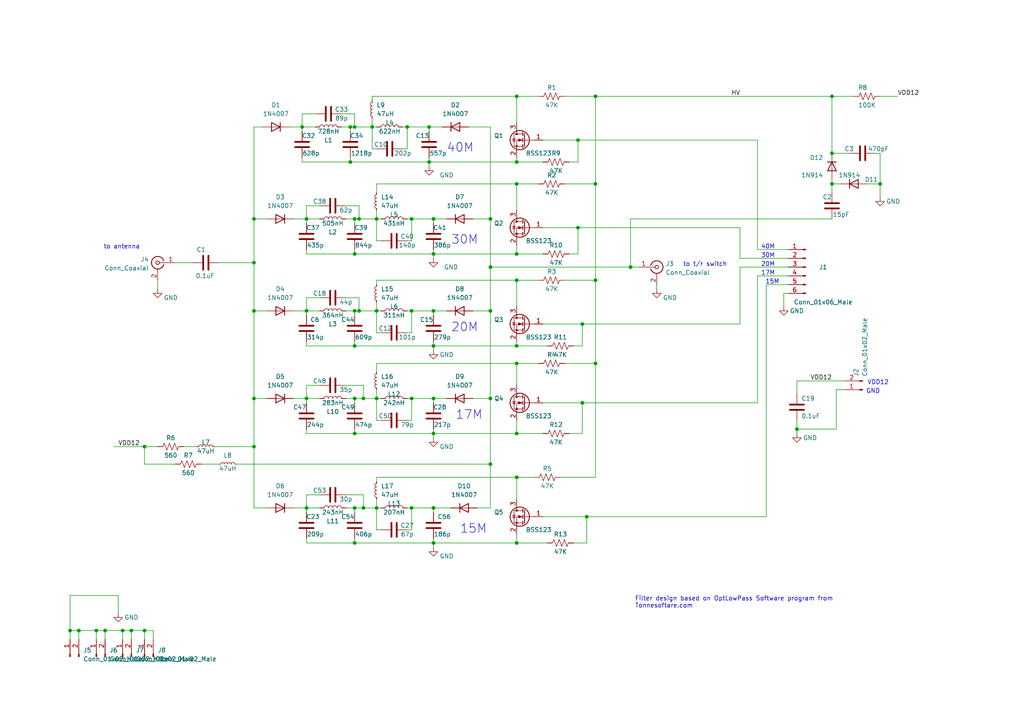
<source format=kicad_sch>
(kicad_sch (version 20230121) (generator eeschema)
  (paper "A4")
  (lib_symbols
    (symbol "Connector:Conn_01x02_Male" (pin_names (offset 1.016) hide)
      (property "Reference" "J" (at 0 2.54 0))
      (property "Value" "Conn_01x02_Male" (at 0 -5.08 0))
      (symbol "Conn_01x02_Male_1_1"
        (pin passive line (at 5.08 0 180) (length 3.81) (name "Pin_1") (number "1"))
        (pin passive line (at 5.08 -2.54 180) (length 3.81) (name "Pin_2") (number "2"))
      )
    )
    (symbol "Connector:Conn_01x06_Male" (pin_names (offset 1.016) hide)
      (property "Reference" "J" (at 0 7.62 0))
      (property "Value" "Conn_01x06_Male" (at 0 -10.16 0))
      (symbol "Conn_01x06_Male_1_1"
        (pin passive line (at 5.08 5.08 180) (length 3.81) (name "Pin_1") (number "1"))
        (pin passive line (at 5.08 2.54 180) (length 3.81) (name "Pin_2") (number "2"))
        (pin passive line (at 5.08 0 180) (length 3.81) (name "Pin_3") (number "3"))
        (pin passive line (at 5.08 -2.54 180) (length 3.81) (name "Pin_4") (number "4"))
        (pin passive line (at 5.08 -5.08 180) (length 3.81) (name "Pin_5") (number "5"))
        (pin passive line (at 5.08 -7.62 180) (length 3.81) (name "Pin_6") (number "6"))
      )
    )
    (symbol "Connector:Conn_Coaxial" (pin_names (offset 1.016) hide)
      (property "Reference" "J" (at 0.254 3.048 0))
      (property "Value" "Conn_Coaxial" (at 2.921 0 90))
      (symbol "Conn_Coaxial_1_1"
        (pin passive line (at -5.08 0 0) (length 2.54) (name "In") (number "1"))
        (pin passive line (at 0 -5.08 90) (length 2.54) (name "Ext") (number "2"))
      )
    )
    (symbol "Device:C" (pin_numbers hide) (pin_names (offset 0.254))
      (property "Reference" "C" (at 0.635 2.54 0))
      (property "Value" "C" (at 0.635 -2.54 0))
      (symbol "C_1_1"
        (pin passive line (at 0 3.81 270) (length 2.794) (name "~") (number "1"))
        (pin passive line (at 0 -3.81 90) (length 2.794) (name "~") (number "2"))
      )
    )
    (symbol "Device:L" (pin_numbers hide) (pin_names (offset 1.016) hide)
      (property "Reference" "L" (at -1.27 0 90))
      (property "Value" "L" (at 1.905 0 90))
      (symbol "L_1_1"
        (pin passive line (at 0 3.81 270) (length 1.27) (name "1") (number "1"))
        (pin passive line (at 0 -3.81 90) (length 1.27) (name "2") (number "2"))
      )
    )
    (symbol "Device:L_Small" (pin_numbers hide) (pin_names (offset 0.254) hide)
      (property "Reference" "L" (at 0.762 1.016 0))
      (property "Value" "L_Small" (at 0.762 -1.016 0))
      (symbol "L_Small_1_1"
        (pin passive line (at 0 2.54 270) (length 0.508) (name "~") (number "1"))
        (pin passive line (at 0 -2.54 90) (length 0.508) (name "~") (number "2"))
      )
    )
    (symbol "Device:Q_NMOS_GSD" (pin_names (offset 0) hide)
      (property "Reference" "Q" (at 5.08 1.27 0))
      (property "Value" "Q_NMOS_GSD" (at 5.08 -1.27 0))
      (symbol "Q_NMOS_GSD_1_1"
        (pin input line (at -5.08 0 0) (length 2.54) (name "G") (number "1"))
        (pin passive line (at 2.54 -5.08 90) (length 2.54) (name "S") (number "2"))
        (pin passive line (at 2.54 5.08 270) (length 2.54) (name "D") (number "3"))
      )
    )
    (symbol "Device:R_US" (pin_numbers hide) (pin_names (offset 0))
      (property "Reference" "R" (at 2.54 0 90))
      (property "Value" "R_US" (at -2.54 0 90))
      (symbol "R_US_1_1"
        (pin passive line (at 0 3.81 270) (length 1.27) (name "~") (number "1"))
        (pin passive line (at 0 -3.81 90) (length 1.27) (name "~") (number "2"))
      )
    )
    (symbol "Diode:1N4007" (pin_numbers hide) (pin_names hide)
      (property "Reference" "D" (at 0 2.54 0))
      (property "Value" "1N4007" (at 0 -2.54 0))
      (symbol "1N4007_1_1"
        (pin passive line (at -3.81 0 0) (length 2.54) (name "K") (number "1"))
        (pin passive line (at 3.81 0 180) (length 2.54) (name "A") (number "2"))
      )
    )
    (symbol "Diode:1N914" (pin_numbers hide) (pin_names hide)
      (property "Reference" "D" (at 0 2.54 0))
      (property "Value" "1N914" (at 0 -2.54 0))
      (symbol "1N914_1_1"
        (pin passive line (at -3.81 0 0) (length 2.54) (name "K") (number "1"))
        (pin passive line (at 3.81 0 180) (length 2.54) (name "A") (number "2"))
      )
    )
    (symbol "power:GND" (power) (pin_names (offset 0))
      (property "Value" "GND" (at 0 -3.81 0))
      (symbol "GND_1_1"
        (pin power_in line (at 0 0 270) (length 0) hide (name "GND") (number "1"))
      )
    )
  )
  (junction (at 149.86 157.48))
  (junction (at 88.9 63.5))
  (junction (at 102.87 115.57))
  (junction (at 231.14 124.46))
  (junction (at 149.86 125.73))
  (junction (at 149.86 27.94))
  (junction (at 38.1 182.88))
  (junction (at 101.6 36.83))
  (junction (at 119.38 115.57))
  (junction (at 167.64 40.64))
  (junction (at 73.66 63.5))
  (junction (at 88.9 147.32))
  (junction (at 172.72 27.94))
  (junction (at 172.72 105.41))
  (junction (at 255.27 53.34))
  (junction (at 105.41 147.32))
  (junction (at 172.72 53.34))
  (junction (at 125.73 115.57))
  (junction (at 102.87 90.17))
  (junction (at 109.22 63.5))
  (junction (at 170.18 149.86))
  (junction (at 142.24 77.47))
  (junction (at 149.86 81.28))
  (junction (at 168.91 116.84))
  (junction (at 102.87 157.48))
  (junction (at 102.87 73.66))
  (junction (at 125.73 157.48))
  (junction (at 149.86 100.33))
  (junction (at 35.56 182.88))
  (junction (at 119.38 63.5))
  (junction (at 73.66 115.57))
  (junction (at 102.87 100.33))
  (junction (at 124.46 36.83))
  (junction (at 88.9 90.17))
  (junction (at 104.14 90.17))
  (junction (at 102.87 125.73))
  (junction (at 142.24 90.17))
  (junction (at 73.66 129.54))
  (junction (at 149.86 46.99))
  (junction (at 149.86 73.66))
  (junction (at 149.86 53.34))
  (junction (at 30.48 182.88))
  (junction (at 168.91 93.98))
  (junction (at 125.73 100.33))
  (junction (at 125.73 63.5))
  (junction (at 102.87 36.83))
  (junction (at 142.24 115.57))
  (junction (at 41.91 129.54))
  (junction (at 125.73 90.17))
  (junction (at 73.66 76.2))
  (junction (at 142.24 134.62))
  (junction (at 125.73 73.66))
  (junction (at 119.38 90.17))
  (junction (at 125.73 125.73))
  (junction (at 105.41 115.57))
  (junction (at 87.63 36.83))
  (junction (at 107.95 36.83))
  (junction (at 118.11 36.83))
  (junction (at 104.14 63.5))
  (junction (at 101.6 46.99))
  (junction (at 20.32 182.88))
  (junction (at 125.73 147.32))
  (junction (at 27.94 182.88))
  (junction (at 88.9 115.57))
  (junction (at 241.3 27.94))
  (junction (at 109.22 90.17))
  (junction (at 22.86 182.88))
  (junction (at 149.86 105.41))
  (junction (at 102.87 63.5))
  (junction (at 41.91 182.88))
  (junction (at 119.38 147.32))
  (junction (at 167.64 66.04))
  (junction (at 73.66 90.17))
  (junction (at 182.88 77.47))
  (junction (at 109.22 147.32))
  (junction (at 124.46 46.99))
  (junction (at 109.22 115.57))
  (junction (at 241.3 53.34))
  (junction (at 172.72 81.28))
  (junction (at 102.87 147.32))
  (junction (at 142.24 63.5))
  (junction (at 241.3 44.45))
  (junction (at 149.86 138.43))
  (wire (pts (xy 125.73 147.32) (xy 125.73 148.59)))
  (wire (pts (xy 50.8 76.2) (xy 55.88 76.2)))
  (wire (pts (xy 182.88 77.47) (xy 185.42 77.47)))
  (wire (pts (xy 124.46 36.83) (xy 128.27 36.83)))
  (wire (pts (xy 149.86 105.41) (xy 149.86 111.76)))
  (wire (pts (xy 22.86 182.88) (xy 20.32 182.88)))
  (wire (pts (xy 118.11 96.52) (xy 119.38 96.52)))
  (wire (pts (xy 167.64 46.99) (xy 167.64 40.64)))
  (wire (pts (xy 73.66 147.32) (xy 77.47 147.32)))
  (wire (pts (xy 231.14 124.46) (xy 231.14 125.73)))
  (wire (pts (xy 137.16 115.57) (xy 142.24 115.57)))
  (wire (pts (xy 231.14 121.92) (xy 231.14 124.46)))
  (wire (pts (xy 245.11 113.03) (xy 242.57 113.03)))
  (wire (pts (xy 125.73 124.46) (xy 125.73 125.73)))
  (wire (pts (xy 102.87 100.33) (xy 125.73 100.33)))
  (wire (pts (xy 63.5 76.2) (xy 73.66 76.2)))
  (wire (pts (xy 87.63 36.83) (xy 87.63 38.1)))
  (wire (pts (xy 107.95 34.29) (xy 107.95 36.83)))
  (wire (pts (xy 76.2 36.83) (xy 73.66 36.83)))
  (wire (pts (xy 92.71 90.17) (xy 88.9 90.17)))
  (wire (pts (xy 45.72 129.54) (xy 41.91 129.54)))
  (wire (pts (xy 102.87 115.57) (xy 100.33 115.57)))
  (wire (pts (xy 255.27 27.94) (xy 260.35 27.94)))
  (wire (pts (xy 165.1 125.73) (xy 168.91 125.73)))
  (wire (pts (xy 88.9 125.73) (xy 88.9 124.46)))
  (wire (pts (xy 119.38 115.57) (xy 118.11 115.57)))
  (wire (pts (xy 109.22 113.03) (xy 109.22 115.57)))
  (wire (pts (xy 109.22 55.88) (xy 109.22 53.34)))
  (wire (pts (xy 182.88 63.5) (xy 182.88 77.47)))
  (wire (pts (xy 107.95 43.18) (xy 107.95 36.83)))
  (wire (pts (xy 110.49 63.5) (xy 109.22 63.5)))
  (wire (pts (xy 27.94 182.88) (xy 27.94 185.42)))
  (wire (pts (xy 149.86 100.33) (xy 125.73 100.33)))
  (wire (pts (xy 109.22 36.83) (xy 107.95 36.83)))
  (wire (pts (xy 87.63 46.99) (xy 87.63 45.72)))
  (wire (pts (xy 142.24 77.47) (xy 182.88 77.47)))
  (wire (pts (xy 241.3 53.34) (xy 241.3 55.88)))
  (wire (pts (xy 88.9 86.36) (xy 88.9 90.17)))
  (wire (pts (xy 33.02 129.54) (xy 41.91 129.54)))
  (wire (pts (xy 102.87 147.32) (xy 100.33 147.32)))
  (wire (pts (xy 104.14 59.69) (xy 104.14 63.5)))
  (wire (pts (xy 142.24 77.47) (xy 142.24 90.17)))
  (wire (pts (xy 166.37 157.48) (xy 170.18 157.48)))
  (wire (pts (xy 87.63 33.02) (xy 91.44 33.02)))
  (wire (pts (xy 20.32 182.88) (xy 20.32 185.42)))
  (wire (pts (xy 149.86 157.48) (xy 125.73 157.48)))
  (wire (pts (xy 149.86 73.66) (xy 125.73 73.66)))
  (wire (pts (xy 102.87 115.57) (xy 102.87 116.84)))
  (wire (pts (xy 142.24 134.62) (xy 142.24 147.32)))
  (wire (pts (xy 227.33 85.09) (xy 227.33 88.9)))
  (wire (pts (xy 142.24 147.32) (xy 138.43 147.32)))
  (wire (pts (xy 109.22 121.92) (xy 109.22 115.57)))
  (wire (pts (xy 109.22 153.67) (xy 109.22 147.32)))
  (wire (pts (xy 35.56 182.88) (xy 35.56 185.42)))
  (wire (pts (xy 168.91 116.84) (xy 157.48 116.84)))
  (wire (pts (xy 102.87 36.83) (xy 101.6 36.83)))
  (wire (pts (xy 255.27 53.34) (xy 255.27 57.15)))
  (wire (pts (xy 231.14 110.49) (xy 245.11 110.49)))
  (wire (pts (xy 125.73 115.57) (xy 129.54 115.57)))
  (wire (pts (xy 38.1 182.88) (xy 35.56 182.88)))
  (wire (pts (xy 172.72 27.94) (xy 172.72 53.34)))
  (wire (pts (xy 118.11 43.18) (xy 118.11 36.83)))
  (wire (pts (xy 73.66 63.5) (xy 73.66 76.2)))
  (wire (pts (xy 247.65 27.94) (xy 241.3 27.94)))
  (wire (pts (xy 102.87 156.21) (xy 102.87 157.48)))
  (wire (pts (xy 88.9 157.48) (xy 88.9 156.21)))
  (wire (pts (xy 125.73 99.06) (xy 125.73 100.33)))
  (wire (pts (xy 118.11 121.92) (xy 119.38 121.92)))
  (wire (pts (xy 110.49 115.57) (xy 109.22 115.57)))
  (wire (pts (xy 88.9 73.66) (xy 88.9 72.39)))
  (wire (pts (xy 92.71 115.57) (xy 88.9 115.57)))
  (wire (pts (xy 241.3 52.07) (xy 241.3 53.34)))
  (wire (pts (xy 172.72 53.34) (xy 172.72 81.28)))
  (wire (pts (xy 163.83 53.34) (xy 172.72 53.34)))
  (wire (pts (xy 119.38 90.17) (xy 118.11 90.17)))
  (wire (pts (xy 88.9 59.69) (xy 88.9 63.5)))
  (wire (pts (xy 109.22 107.95) (xy 109.22 105.41)))
  (wire (pts (xy 22.86 182.88) (xy 22.86 185.42)))
  (wire (pts (xy 167.64 66.04) (xy 157.48 66.04)))
  (wire (pts (xy 100.33 111.76) (xy 105.41 111.76)))
  (wire (pts (xy 45.72 81.28) (xy 45.72 83.82)))
  (wire (pts (xy 109.22 53.34) (xy 149.86 53.34)))
  (wire (pts (xy 102.87 72.39) (xy 102.87 73.66)))
  (wire (pts (xy 73.66 129.54) (xy 73.66 147.32)))
  (wire (pts (xy 163.83 81.28) (xy 172.72 81.28)))
  (wire (pts (xy 88.9 143.51) (xy 88.9 147.32)))
  (wire (pts (xy 92.71 147.32) (xy 88.9 147.32)))
  (wire (pts (xy 142.24 90.17) (xy 142.24 115.57)))
  (wire (pts (xy 53.34 129.54) (xy 57.15 129.54)))
  (wire (pts (xy 125.73 156.21) (xy 125.73 157.48)))
  (wire (pts (xy 251.46 53.34) (xy 255.27 53.34)))
  (wire (pts (xy 125.73 63.5) (xy 119.38 63.5)))
  (wire (pts (xy 109.22 147.32) (xy 105.41 147.32)))
  (wire (pts (xy 110.49 96.52) (xy 109.22 96.52)))
  (wire (pts (xy 149.86 53.34) (xy 149.86 60.96)))
  (wire (pts (xy 73.66 76.2) (xy 73.66 90.17)))
  (wire (pts (xy 149.86 45.72) (xy 149.86 46.99)))
  (wire (pts (xy 38.1 182.88) (xy 38.1 185.42)))
  (wire (pts (xy 101.6 36.83) (xy 99.06 36.83)))
  (wire (pts (xy 125.73 63.5) (xy 125.73 64.77)))
  (wire (pts (xy 163.83 27.94) (xy 172.72 27.94)))
  (wire (pts (xy 149.86 138.43) (xy 149.86 144.78)))
  (wire (pts (xy 255.27 44.45) (xy 255.27 53.34)))
  (wire (pts (xy 110.49 153.67) (xy 109.22 153.67)))
  (wire (pts (xy 30.48 182.88) (xy 27.94 182.88)))
  (wire (pts (xy 100.33 59.69) (xy 104.14 59.69)))
  (wire (pts (xy 124.46 36.83) (xy 118.11 36.83)))
  (wire (pts (xy 20.32 172.72) (xy 34.29 172.72)))
  (wire (pts (xy 41.91 182.88) (xy 41.91 185.42)))
  (wire (pts (xy 104.14 63.5) (xy 102.87 63.5)))
  (wire (pts (xy 168.91 100.33) (xy 168.91 93.98)))
  (wire (pts (xy 102.87 125.73) (xy 88.9 125.73)))
  (wire (pts (xy 101.6 36.83) (xy 101.6 38.1)))
  (wire (pts (xy 41.91 134.62) (xy 50.8 134.62)))
  (wire (pts (xy 88.9 147.32) (xy 88.9 148.59)))
  (wire (pts (xy 190.5 82.55) (xy 190.5 83.82)))
  (wire (pts (xy 149.86 125.73) (xy 157.48 125.73)))
  (wire (pts (xy 142.24 63.5) (xy 142.24 77.47)))
  (wire (pts (xy 44.45 182.88) (xy 41.91 182.88)))
  (wire (pts (xy 109.22 43.18) (xy 107.95 43.18)))
  (wire (pts (xy 102.87 73.66) (xy 125.73 73.66)))
  (wire (pts (xy 109.22 87.63) (xy 109.22 90.17)))
  (wire (pts (xy 124.46 45.72) (xy 124.46 46.99)))
  (wire (pts (xy 83.82 36.83) (xy 87.63 36.83)))
  (wire (pts (xy 214.63 66.04) (xy 167.64 66.04)))
  (wire (pts (xy 118.11 153.67) (xy 119.38 153.67)))
  (wire (pts (xy 214.63 74.93) (xy 214.63 66.04)))
  (wire (pts (xy 166.37 100.33) (xy 168.91 100.33)))
  (wire (pts (xy 101.6 45.72) (xy 101.6 46.99)))
  (wire (pts (xy 172.72 105.41) (xy 172.72 138.43)))
  (wire (pts (xy 214.63 77.47) (xy 214.63 93.98)))
  (wire (pts (xy 149.86 105.41) (xy 156.21 105.41)))
  (wire (pts (xy 167.64 73.66) (xy 167.64 66.04)))
  (wire (pts (xy 34.29 172.72) (xy 34.29 177.8)))
  (wire (pts (xy 105.41 115.57) (xy 102.87 115.57)))
  (wire (pts (xy 243.84 53.34) (xy 241.3 53.34)))
  (wire (pts (xy 119.38 121.92) (xy 119.38 115.57)))
  (wire (pts (xy 125.73 90.17) (xy 119.38 90.17)))
  (wire (pts (xy 73.66 63.5) (xy 77.47 63.5)))
  (wire (pts (xy 109.22 63.5) (xy 104.14 63.5)))
  (wire (pts (xy 102.87 147.32) (xy 102.87 148.59)))
  (wire (pts (xy 149.86 81.28) (xy 156.21 81.28)))
  (wire (pts (xy 101.6 46.99) (xy 87.63 46.99)))
  (wire (pts (xy 222.25 149.86) (xy 170.18 149.86)))
  (wire (pts (xy 125.73 90.17) (xy 129.54 90.17)))
  (wire (pts (xy 219.71 72.39) (xy 219.71 40.64)))
  (wire (pts (xy 142.24 36.83) (xy 142.24 63.5)))
  (wire (pts (xy 125.73 147.32) (xy 119.38 147.32)))
  (wire (pts (xy 116.84 43.18) (xy 118.11 43.18)))
  (wire (pts (xy 149.86 154.94) (xy 149.86 157.48)))
  (wire (pts (xy 102.87 90.17) (xy 102.87 91.44)))
  (wire (pts (xy 85.09 147.32) (xy 88.9 147.32)))
  (wire (pts (xy 219.71 80.01) (xy 219.71 116.84)))
  (wire (pts (xy 118.11 69.85) (xy 119.38 69.85)))
  (wire (pts (xy 109.22 82.55) (xy 109.22 81.28)))
  (wire (pts (xy 137.16 63.5) (xy 142.24 63.5)))
  (wire (pts (xy 102.87 73.66) (xy 88.9 73.66)))
  (wire (pts (xy 44.45 185.42) (xy 44.45 182.88)))
  (wire (pts (xy 172.72 138.43) (xy 162.56 138.43)))
  (wire (pts (xy 88.9 143.51) (xy 92.71 143.51)))
  (wire (pts (xy 88.9 90.17) (xy 88.9 91.44)))
  (wire (pts (xy 241.3 44.45) (xy 246.38 44.45)))
  (wire (pts (xy 125.73 115.57) (xy 119.38 115.57)))
  (wire (pts (xy 73.66 36.83) (xy 73.66 63.5)))
  (wire (pts (xy 219.71 40.64) (xy 167.64 40.64)))
  (wire (pts (xy 228.6 80.01) (xy 219.71 80.01)))
  (wire (pts (xy 88.9 100.33) (xy 88.9 99.06)))
  (wire (pts (xy 119.38 153.67) (xy 119.38 147.32)))
  (wire (pts (xy 228.6 74.93) (xy 214.63 74.93)))
  (wire (pts (xy 62.23 129.54) (xy 73.66 129.54)))
  (wire (pts (xy 135.89 36.83) (xy 142.24 36.83)))
  (wire (pts (xy 85.09 90.17) (xy 88.9 90.17)))
  (wire (pts (xy 228.6 82.55) (xy 222.25 82.55)))
  (wire (pts (xy 85.09 115.57) (xy 88.9 115.57)))
  (wire (pts (xy 149.86 125.73) (xy 125.73 125.73)))
  (wire (pts (xy 20.32 172.72) (xy 20.32 182.88)))
  (wire (pts (xy 91.44 36.83) (xy 87.63 36.83)))
  (wire (pts (xy 125.73 157.48) (xy 125.73 158.75)))
  (wire (pts (xy 124.46 36.83) (xy 124.46 38.1)))
  (wire (pts (xy 149.86 100.33) (xy 158.75 100.33)))
  (wire (pts (xy 73.66 115.57) (xy 73.66 129.54)))
  (wire (pts (xy 88.9 111.76) (xy 92.71 111.76)))
  (wire (pts (xy 125.73 72.39) (xy 125.73 73.66)))
  (wire (pts (xy 241.3 27.94) (xy 241.3 44.45)))
  (wire (pts (xy 102.87 63.5) (xy 100.33 63.5)))
  (wire (pts (xy 118.11 36.83) (xy 116.84 36.83)))
  (wire (pts (xy 119.38 63.5) (xy 118.11 63.5)))
  (wire (pts (xy 172.72 81.28) (xy 172.72 105.41)))
  (wire (pts (xy 149.86 27.94) (xy 156.21 27.94)))
  (wire (pts (xy 104.14 90.17) (xy 102.87 90.17)))
  (wire (pts (xy 125.73 115.57) (xy 125.73 116.84)))
  (wire (pts (xy 102.87 125.73) (xy 125.73 125.73)))
  (wire (pts (xy 100.33 86.36) (xy 104.14 86.36)))
  (wire (pts (xy 110.49 121.92) (xy 109.22 121.92)))
  (wire (pts (xy 92.71 63.5) (xy 88.9 63.5)))
  (wire (pts (xy 149.86 53.34) (xy 156.21 53.34)))
  (wire (pts (xy 214.63 93.98) (xy 168.91 93.98)))
  (wire (pts (xy 172.72 27.94) (xy 241.3 27.94)))
  (wire (pts (xy 102.87 99.06) (xy 102.87 100.33)))
  (wire (pts (xy 119.38 147.32) (xy 118.11 147.32)))
  (wire (pts (xy 110.49 147.32) (xy 109.22 147.32)))
  (wire (pts (xy 105.41 111.76) (xy 105.41 115.57)))
  (wire (pts (xy 100.33 143.51) (xy 105.41 143.51)))
  (wire (pts (xy 242.57 124.46) (xy 231.14 124.46)))
  (wire (pts (xy 105.41 143.51) (xy 105.41 147.32)))
  (wire (pts (xy 35.56 182.88) (xy 30.48 182.88)))
  (wire (pts (xy 125.73 147.32) (xy 130.81 147.32)))
  (wire (pts (xy 109.22 96.52) (xy 109.22 90.17)))
  (wire (pts (xy 102.87 100.33) (xy 88.9 100.33)))
  (wire (pts (xy 254 44.45) (xy 255.27 44.45)))
  (wire (pts (xy 68.58 134.62) (xy 142.24 134.62)))
  (wire (pts (xy 102.87 124.46) (xy 102.87 125.73)))
  (wire (pts (xy 125.73 125.73) (xy 125.73 127)))
  (wire (pts (xy 110.49 69.85) (xy 109.22 69.85)))
  (wire (pts (xy 104.14 86.36) (xy 104.14 90.17)))
  (wire (pts (xy 170.18 149.86) (xy 157.48 149.86)))
  (wire (pts (xy 30.48 182.88) (xy 30.48 185.42)))
  (wire (pts (xy 109.22 81.28) (xy 149.86 81.28)))
  (wire (pts (xy 149.86 99.06) (xy 149.86 100.33)))
  (wire (pts (xy 88.9 86.36) (xy 92.71 86.36)))
  (wire (pts (xy 170.18 157.48) (xy 170.18 149.86)))
  (wire (pts (xy 102.87 90.17) (xy 100.33 90.17)))
  (wire (pts (xy 119.38 96.52) (xy 119.38 90.17)))
  (wire (pts (xy 149.86 46.99) (xy 157.48 46.99)))
  (wire (pts (xy 228.6 72.39) (xy 219.71 72.39)))
  (wire (pts (xy 102.87 33.02) (xy 102.87 36.83)))
  (wire (pts (xy 142.24 115.57) (xy 142.24 134.62)))
  (wire (pts (xy 73.66 115.57) (xy 77.47 115.57)))
  (wire (pts (xy 125.73 63.5) (xy 129.54 63.5)))
  (wire (pts (xy 222.25 82.55) (xy 222.25 149.86)))
  (wire (pts (xy 149.86 71.12) (xy 149.86 73.66)))
  (wire (pts (xy 165.1 73.66) (xy 167.64 73.66)))
  (wire (pts (xy 41.91 182.88) (xy 38.1 182.88)))
  (wire (pts (xy 125.73 90.17) (xy 125.73 91.44)))
  (wire (pts (xy 228.6 85.09) (xy 227.33 85.09)))
  (wire (pts (xy 73.66 90.17) (xy 73.66 115.57)))
  (wire (pts (xy 231.14 110.49) (xy 231.14 114.3)))
  (wire (pts (xy 119.38 69.85) (xy 119.38 63.5)))
  (wire (pts (xy 125.73 73.66) (xy 125.73 74.93)))
  (wire (pts (xy 219.71 116.84) (xy 168.91 116.84)))
  (wire (pts (xy 149.86 121.92) (xy 149.86 125.73)))
  (wire (pts (xy 88.9 63.5) (xy 88.9 64.77)))
  (wire (pts (xy 107.95 27.94) (xy 107.95 29.21)))
  (wire (pts (xy 27.94 182.88) (xy 22.86 182.88)))
  (wire (pts (xy 149.86 157.48) (xy 158.75 157.48)))
  (wire (pts (xy 149.86 46.99) (xy 124.46 46.99)))
  (wire (pts (xy 165.1 46.99) (xy 167.64 46.99)))
  (wire (pts (xy 109.22 105.41) (xy 149.86 105.41)))
  (wire (pts (xy 102.87 63.5) (xy 102.87 64.77)))
  (wire (pts (xy 109.22 90.17) (xy 104.14 90.17)))
  (wire (pts (xy 102.87 157.48) (xy 125.73 157.48)))
  (wire (pts (xy 102.87 157.48) (xy 88.9 157.48)))
  (wire (pts (xy 110.49 90.17) (xy 109.22 90.17)))
  (wire (pts (xy 228.6 77.47) (xy 214.63 77.47)))
  (wire (pts (xy 105.41 147.32) (xy 102.87 147.32)))
  (wire (pts (xy 109.22 69.85) (xy 109.22 63.5)))
  (wire (pts (xy 88.9 115.57) (xy 88.9 116.84)))
  (wire (pts (xy 125.73 100.33) (xy 125.73 101.6)))
  (wire (pts (xy 124.46 46.99) (xy 124.46 48.26)))
  (wire (pts (xy 149.86 81.28) (xy 149.86 88.9)))
  (wire (pts (xy 87.63 33.02) (xy 87.63 36.83)))
  (wire (pts (xy 109.22 115.57) (xy 105.41 115.57)))
  (wire (pts (xy 109.22 60.96) (xy 109.22 63.5)))
  (wire (pts (xy 168.91 93.98) (xy 157.48 93.98)))
  (wire (pts (xy 85.09 63.5) (xy 88.9 63.5)))
  (wire (pts (xy 107.95 36.83) (xy 102.87 36.83)))
  (wire (pts (xy 101.6 46.99) (xy 124.46 46.99)))
  (wire (pts (xy 41.91 129.54) (xy 41.91 134.62)))
  (wire (pts (xy 149.86 73.66) (xy 157.48 73.66)))
  (wire (pts (xy 109.22 138.43) (xy 149.86 138.43)))
  (wire (pts (xy 109.22 139.7) (xy 109.22 138.43)))
  (wire (pts (xy 168.91 125.73) (xy 168.91 116.84)))
  (wire (pts (xy 167.64 40.64) (xy 157.48 40.64)))
  (wire (pts (xy 88.9 111.76) (xy 88.9 115.57)))
  (wire (pts (xy 241.3 63.5) (xy 182.88 63.5)))
  (wire (pts (xy 149.86 35.56) (xy 149.86 27.94)))
  (wire (pts (xy 163.83 105.41) (xy 172.72 105.41)))
  (wire (pts (xy 88.9 59.69) (xy 92.71 59.69)))
  (wire (pts (xy 149.86 27.94) (xy 107.95 27.94)))
  (wire (pts (xy 99.06 33.02) (xy 102.87 33.02)))
  (wire (pts (xy 58.42 134.62) (xy 63.5 134.62)))
  (wire (pts (xy 242.57 113.03) (xy 242.57 124.46)))
  (wire (pts (xy 137.16 90.17) (xy 142.24 90.17)))
  (wire (pts (xy 109.22 144.78) (xy 109.22 147.32)))
  (wire (pts (xy 73.66 90.17) (xy 77.47 90.17)))
  (wire (pts (xy 149.86 138.43) (xy 154.94 138.43)))
  (text "15M" (at 226.06 82.55 0) (effects (font (size 1.27 1.27)) (justify right bottom)))
  (text "20M" (at 130.81 96.52 0) (effects (font (size 2.54 2.54)) (justify left bottom)))
  (text "15M" (at 133.35 154.94 0) (effects (font (size 2.54 2.54)) (justify left bottom)))
  (text "to t/r switch" (at 198.12 77.47 0) (effects (font (size 1.27 1.27)) (justify left bottom)))
  (text "to antenna" (at 40.64 72.39 0) (effects (font (size 1.27 1.27)) (justify right bottom)))
  (text "40M" (at 224.79 72.39 0) (effects (font (size 1.27 1.27)) (justify right bottom)))
  (text "17M" (at 132.08 121.92 0) (effects (font (size 2.54 2.54)) (justify left bottom)))
  (text "20M" (at 224.79 77.47 0) (effects (font (size 1.27 1.27)) (justify right bottom)))
  (text "30M" (at 130.81 71.12 0) (effects (font (size 2.54 2.54)) (justify left bottom)))
  (text "17M" (at 224.79 80.01 0) (effects (font (size 1.27 1.27)) (justify right bottom)))
  (text "40M" (at 129.54 44.45 0) (effects (font (size 2.54 2.54)) (justify left bottom)))
  (text "30M" (at 224.79 74.93 0) (effects (font (size 1.27 1.27)) (justify right bottom)))
  (text "GND" (at 255.27 114.3 0) (effects (font (size 1.27 1.27)) (justify right bottom)))
  (text "Filter design based on OptLowPass Software program from\nTonnesoftare.com" (at 184.15 176.53 0) (effects (font (size 1.27 1.27)) (justify left bottom)))
  (text "VDD12" (at 257.81 111.76 0) (effects (font (size 1.27 1.27)) (justify right bottom)))
  (label "VDD12" (at 260.35 27.94 0))
  (label "VDD12" (at 34.29 129.54 0))
  (label "VDD12" (at 241.3 110.49 180))
  (label "HV" (at 212.09 27.94 0))
  (symbol (lib_id "Diode:1N4007") (at 81.28 115.57 180) (unit 1)
    (property "Reference" "D5" (at 81.28 109.22 0))
    (property "Value" "1N4007" (at 81.28 111.76 0))
    (property "Footprint" "Diode_THT:D_DO-41_SOD81_P10.16mm_Horizontal" (effects hide))
    (property "Datasheet" "http://www.vishay.com/docs/88503/1n4001.pdf" (effects hide))
    (property "Sim.Device" "D" (effects hide))
    (property "Sim.Pins" "1=K 2=A" (effects hide))
  )
  (symbol (lib_id "Device:Q_NMOS_GSD") (at 152.4 116.84 0) (mirror y) (unit 1)
    (property "Reference" "Q4" (at 146.05 115.57 0) (effects (justify left)))
    (property "Value" "BSS123" (at 160.02 120.65 0) (effects (justify left)))
    (property "Footprint" "Package_TO_SOT_SMD:SOT-23-3" (effects hide))
  )
  (symbol (lib_id "Device:L") (at 114.3 63.5 270) (mirror x) (unit 1)
    (property "Reference" "L5" (at 114.3 62.23 90))
    (property "Value" "431nH" (at 114.3 64.77 90))
    (property "Footprint" "Inductor_THT:L_Toroid_Vertical_L13.0mm_W6.5mm_P5.60mm" (effects hide))
  )
  (symbol (lib_id "power:GND") (at 45.72 83.82 0) (mirror y) (unit 1)
    (property "Reference" "#PWR08" (effects hide))
    (property "Value" "GND" (at 49.53 86.36 0))
  )
  (symbol (lib_id "Device:L_Small") (at 66.04 134.62 90) (unit 1)
    (property "Reference" "L8" (at 66.04 132.08 90))
    (property "Value" "47uH" (at 66.04 135.89 90))
    (property "Footprint" "Inductor_THT:L_Axial_L11.0mm_D4.5mm_P7.62mm_Vertical_Fastron_MECC" (effects hide))
  )
  (symbol (lib_id "power:GND") (at 227.33 88.9 0) (mirror y) (unit 1)
    (property "Reference" "#PWR09" (effects hide))
    (property "Value" "GND" (at 231.14 90.17 0))
  )
  (symbol (lib_id "Device:R_US") (at 158.75 138.43 90) (unit 1)
    (property "Reference" "R5" (at 158.75 135.89 90))
    (property "Value" "47K" (at 158.75 140.97 90))
    (property "Footprint" "Resistor_SMD:R_0603_1608Metric_Pad0.98x0.95mm_HandSolder" (effects hide))
  )
  (symbol (lib_id "Diode:1N4007") (at 134.62 147.32 0) (unit 1)
    (property "Reference" "D10" (at 134.62 140.97 0))
    (property "Value" "1N4007" (at 134.62 143.51 0))
    (property "Footprint" "Diode_THT:D_DO-41_SOD81_P10.16mm_Horizontal" (effects hide))
    (property "Datasheet" "http://www.vishay.com/docs/88503/1n4001.pdf" (effects hide))
    (property "Sim.Device" "D" (effects hide))
    (property "Sim.Pins" "1=K 2=A" (effects hide))
  )
  (symbol (lib_id "Device:Q_NMOS_GSD") (at 152.4 93.98 0) (mirror y) (unit 1)
    (property "Reference" "Q3" (at 146.05 92.71 0) (effects (justify left)))
    (property "Value" "BSS123" (at 160.02 97.79 0) (effects (justify left)))
    (property "Footprint" "Package_TO_SOT_SMD:SOT-23-3" (effects hide))
  )
  (symbol (lib_id "Device:L_Small") (at 109.22 110.49 180) (unit 1)
    (property "Reference" "L16" (at 110.49 109.22 0) (effects (justify right)))
    (property "Value" "47uH" (at 110.49 111.76 0) (effects (justify right)))
    (property "Footprint" "Inductor_THT:L_Axial_L11.0mm_D4.5mm_P7.62mm_Vertical_Fastron_MECC" (effects hide))
  )
  (symbol (lib_id "power:GND") (at 124.46 48.26 0) (mirror y) (unit 1)
    (property "Reference" "#PWR01" (effects hide))
    (property "Value" "GND" (at 129.54 50.8 0))
  )
  (symbol (lib_id "Device:C") (at 96.52 59.69 270) (mirror x) (unit 1)
    (property "Reference" "C38" (at 92.71 58.42 90))
    (property "Value" "62p" (at 100.33 60.96 90))
    (property "Footprint" "Capacitor_SMD:C_1206_3216Metric_Pad1.33x1.80mm_HandSolder" (effects hide))
  )
  (symbol (lib_id "power:GND") (at 125.73 74.93 0) (mirror y) (unit 1)
    (property "Reference" "#PWR02" (effects hide))
    (property "Value" "GND" (at 130.81 77.47 0))
  )
  (symbol (lib_id "power:GND") (at 34.29 177.8 0) (mirror y) (unit 1)
    (property "Reference" "#PWR04" (effects hide))
    (property "Value" "GND" (at 38.1 179.07 0))
  )
  (symbol (lib_id "Device:C") (at 241.3 59.69 0) (mirror y) (unit 1)
    (property "Reference" "C2" (at 241.3 57.15 0) (effects (justify left)))
    (property "Value" "15pF" (at 246.38 62.23 0) (effects (justify left)))
    (property "Footprint" "Capacitor_THT:C_Disc_D4.3mm_W1.9mm_P5.00mm" (effects hide))
  )
  (symbol (lib_id "Device:R_US") (at 162.56 100.33 90) (unit 1)
    (property "Reference" "R11" (at 162.56 97.79 90))
    (property "Value" "47K" (at 162.56 102.87 90))
    (property "Footprint" "Resistor_SMD:R_0603_1608Metric_Pad0.98x0.95mm_HandSolder" (effects hide))
  )
  (symbol (lib_id "Device:C") (at 113.03 43.18 270) (mirror x) (unit 1)
    (property "Reference" "C10" (at 110.49 41.91 90))
    (property "Value" "202p" (at 116.84 44.45 90))
    (property "Footprint" "Capacitor_SMD:C_1206_3216Metric_Pad1.33x1.80mm_HandSolder" (effects hide))
  )
  (symbol (lib_id "Device:C") (at 88.9 95.25 0) (mirror y) (unit 1)
    (property "Reference" "C6" (at 92.71 92.71 0) (effects (justify left)))
    (property "Value" "314p" (at 93.98 97.79 0) (effects (justify left)))
    (property "Footprint" "Capacitor_SMD:C_1206_3216Metric_Pad1.33x1.80mm_HandSolder" (effects hide))
  )
  (symbol (lib_id "Connector:Conn_Coaxial") (at 45.72 76.2 0) (mirror y) (unit 1)
    (property "Reference" "J4" (at 43.18 75.2231 0) (effects (justify left)))
    (property "Value" "Conn_Coaxial" (at 43.18 77.7631 0) (effects (justify left)))
    (property "Footprint" "Connector_Coaxial:SMA_Samtec_SMA-J-P-X-ST-EM1_EdgeMount" (effects hide))
    (property "Datasheet" " ~" (effects hide))
  )
  (symbol (lib_id "Device:C") (at 59.69 76.2 90) (mirror x) (unit 1)
    (property "Reference" "C1" (at 59.69 72.39 90) (effects (justify left)))
    (property "Value" "0.1uF" (at 62.23 80.01 90) (effects (justify left)))
    (property "Footprint" "Capacitor_THT:C_Disc_D4.3mm_W1.9mm_P5.00mm" (effects hide))
  )
  (symbol (lib_id "power:GND") (at 255.27 57.15 0) (mirror y) (unit 1)
    (property "Reference" "#PWR011" (effects hide))
    (property "Value" "GND" (at 259.08 58.42 0))
  )
  (symbol (lib_id "Device:C") (at 125.73 152.4 0) (mirror y) (unit 1)
    (property "Reference" "C56" (at 130.81 149.86 0) (effects (justify left)))
    (property "Value" "186p" (at 130.81 154.94 0) (effects (justify left)))
    (property "Footprint" "Capacitor_SMD:C_1206_3216Metric_Pad1.33x1.80mm_HandSolder" (effects hide))
  )
  (symbol (lib_id "Device:R_US") (at 160.02 105.41 90) (unit 1)
    (property "Reference" "R4" (at 160.02 102.87 90))
    (property "Value" "47K" (at 160.02 107.95 90))
    (property "Footprint" "Resistor_SMD:R_0603_1608Metric_Pad0.98x0.95mm_HandSolder" (effects hide))
  )
  (symbol (lib_id "Device:C") (at 102.87 152.4 0) (mirror y) (unit 1)
    (property "Reference" "C54" (at 102.87 149.86 0) (effects (justify left)))
    (property "Value" "406p" (at 107.95 154.94 0) (effects (justify left)))
    (property "Footprint" "Capacitor_SMD:C_1206_3216Metric_Pad1.33x1.80mm_HandSolder" (effects hide))
  )
  (symbol (lib_id "Device:L_Small") (at 109.22 58.42 180) (unit 1)
    (property "Reference" "L14" (at 110.49 57.15 0) (effects (justify right)))
    (property "Value" "47uH" (at 110.49 59.69 0) (effects (justify right)))
    (property "Footprint" "Inductor_THT:L_Axial_L11.0mm_D4.5mm_P7.62mm_Vertical_Fastron_MECC" (effects hide))
  )
  (symbol (lib_id "Device:Q_NMOS_GSD") (at 152.4 40.64 0) (mirror y) (unit 1)
    (property "Reference" "Q1" (at 146.05 39.37 0) (effects (justify left)))
    (property "Value" "BSS123" (at 160.02 44.45 0) (effects (justify left)))
    (property "Footprint" "Package_TO_SOT_SMD:SOT-23-3" (effects hide))
  )
  (symbol (lib_id "Device:C") (at 88.9 120.65 0) (mirror y) (unit 1)
    (property "Reference" "C47" (at 88.9 118.11 0) (effects (justify left)))
    (property "Value" "244p" (at 93.98 123.19 0) (effects (justify left)))
    (property "Footprint" "Capacitor_SMD:C_1206_3216Metric_Pad1.33x1.80mm_HandSolder" (effects hide))
  )
  (symbol (lib_id "Device:C") (at 250.19 44.45 90) (mirror x) (unit 1)
    (property "Reference" "C3" (at 247.65 43.18 90) (effects (justify left)))
    (property "Value" "470pF" (at 257.81 43.18 90) (effects (justify left)))
    (property "Footprint" "Capacitor_THT:C_Disc_D4.3mm_W1.9mm_P5.00mm" (effects hide))
  )
  (symbol (lib_id "Device:Q_NMOS_GSD") (at 152.4 149.86 0) (mirror y) (unit 1)
    (property "Reference" "Q5" (at 146.05 148.59 0) (effects (justify left)))
    (property "Value" "BSS123" (at 160.02 153.67 0) (effects (justify left)))
    (property "Footprint" "Package_TO_SOT_SMD:SOT-23-3" (effects hide))
  )
  (symbol (lib_id "Diode:1N914") (at 247.65 53.34 0) (unit 1)
    (property "Reference" "D11" (at 252.73 52.07 0))
    (property "Value" "1N914" (at 246.38 50.8 0))
    (property "Footprint" "Diode_THT:D_DO-35_SOD27_P7.62mm_Horizontal" (effects hide))
    (property "Datasheet" "http://www.vishay.com/docs/85622/1n914.pdf" (effects hide))
    (property "Sim.Device" "D" (effects hide))
    (property "Sim.Pins" "1=K 2=A" (effects hide))
  )
  (symbol (lib_id "Device:C") (at 114.3 69.85 270) (mirror x) (unit 1)
    (property "Reference" "C40" (at 118.11 68.58 90))
    (property "Value" "140p" (at 118.11 71.12 90))
    (property "Footprint" "Capacitor_SMD:C_1206_3216Metric_Pad1.33x1.80mm_HandSolder" (effects hide))
  )
  (symbol (lib_id "Device:C") (at 96.52 86.36 270) (mirror x) (unit 1)
    (property "Reference" "C18" (at 92.71 85.09 90))
    (property "Value" "44p" (at 100.33 87.63 90))
    (property "Footprint" "Capacitor_SMD:C_1206_3216Metric_Pad1.33x1.80mm_HandSolder" (effects hide))
  )
  (symbol (lib_id "Device:R_US") (at 161.29 46.99 90) (unit 1)
    (property "Reference" "R9" (at 161.29 44.45 90))
    (property "Value" "47K" (at 161.29 49.53 90))
    (property "Footprint" "Resistor_SMD:R_0603_1608Metric_Pad0.98x0.95mm_HandSolder" (effects hide))
  )
  (symbol (lib_id "Diode:1N4007") (at 133.35 90.17 0) (unit 1)
    (property "Reference" "D8" (at 133.35 83.82 0))
    (property "Value" "1N4007" (at 133.35 86.36 0))
    (property "Footprint" "Diode_THT:D_DO-41_SOD81_P10.16mm_Horizontal" (effects hide))
    (property "Datasheet" "http://www.vishay.com/docs/88503/1n4001.pdf" (effects hide))
    (property "Sim.Device" "D" (effects hide))
    (property "Sim.Pins" "1=K 2=A" (effects hide))
  )
  (symbol (lib_id "Device:C") (at 102.87 95.25 0) (mirror y) (unit 1)
    (property "Reference" "C44" (at 102.87 92.71 0) (effects (justify left)))
    (property "Value" "609p" (at 107.95 97.79 0) (effects (justify left)))
    (property "Footprint" "Capacitor_SMD:C_1206_3216Metric_Pad1.33x1.80mm_HandSolder" (effects hide))
  )
  (symbol (lib_id "Device:L") (at 114.3 147.32 270) (mirror x) (unit 1)
    (property "Reference" "L13" (at 114.3 146.05 90))
    (property "Value" "207nH" (at 114.3 148.59 90))
    (property "Footprint" "Inductor_THT:L_Toroid_Vertical_L13.0mm_W6.5mm_P5.60mm" (effects hide))
  )
  (symbol (lib_id "Device:L") (at 96.52 115.57 270) (mirror x) (unit 1)
    (property "Reference" "L10" (at 96.52 119.38 90))
    (property "Value" "283nH" (at 96.52 116.84 90))
    (property "Footprint" "Inductor_THT:L_Toroid_Vertical_L13.0mm_W6.5mm_P5.60mm" (effects hide))
  )
  (symbol (lib_id "power:GND") (at 190.5 83.82 0) (mirror y) (unit 1)
    (property "Reference" "#PWR07" (effects hide))
    (property "Value" "GND" (at 194.31 86.36 0))
  )
  (symbol (lib_id "Diode:1N914") (at 241.3 48.26 270) (unit 1)
    (property "Reference" "D12" (at 238.76 45.72 90) (effects (justify right)))
    (property "Value" "1N914" (at 238.76 50.8 90) (effects (justify right)))
    (property "Footprint" "Diode_THT:D_DO-35_SOD27_P7.62mm_Horizontal" (effects hide))
    (property "Datasheet" "http://www.vishay.com/docs/85622/1n914.pdf" (effects hide))
    (property "Sim.Device" "D" (effects hide))
    (property "Sim.Pins" "1=K 2=A" (effects hide))
  )
  (symbol (lib_id "Device:C") (at 101.6 41.91 0) (mirror y) (unit 1)
    (property "Reference" "C34" (at 105.41 39.37 0) (effects (justify left)))
    (property "Value" "1218p" (at 107.95 44.45 0) (effects (justify left)))
    (property "Footprint" "Capacitor_SMD:C_1206_3216Metric_Pad1.33x1.80mm_HandSolder" (effects hide))
  )
  (symbol (lib_id "Device:L_Small") (at 107.95 31.75 180) (unit 1)
    (property "Reference" "L9" (at 109.22 30.48 0) (effects (justify right)))
    (property "Value" "47uH" (at 109.22 33.02 0) (effects (justify right)))
    (property "Footprint" "Inductor_THT:L_Axial_L11.0mm_D4.5mm_P7.62mm_Vertical_Fastron_MECC" (effects hide))
  )
  (symbol (lib_id "Diode:1N4007") (at 133.35 115.57 0) (unit 1)
    (property "Reference" "D9" (at 133.35 109.22 0))
    (property "Value" "1N4007" (at 133.35 111.76 0))
    (property "Footprint" "Diode_THT:D_DO-41_SOD81_P10.16mm_Horizontal" (effects hide))
    (property "Datasheet" "http://www.vishay.com/docs/88503/1n4001.pdf" (effects hide))
    (property "Sim.Device" "D" (effects hide))
    (property "Sim.Pins" "1=K 2=A" (effects hide))
  )
  (symbol (lib_id "Device:R_US") (at 160.02 53.34 90) (unit 1)
    (property "Reference" "R2" (at 160.02 50.8 90))
    (property "Value" "47K" (at 160.02 55.88 90))
    (property "Footprint" "Resistor_SMD:R_0603_1608Metric_Pad0.98x0.95mm_HandSolder" (effects hide))
  )
  (symbol (lib_id "Device:R_US") (at 160.02 81.28 90) (unit 1)
    (property "Reference" "R3" (at 160.02 78.74 90))
    (property "Value" "47K" (at 160.02 83.82 90))
    (property "Footprint" "Resistor_SMD:R_0603_1608Metric_Pad0.98x0.95mm_HandSolder" (effects hide))
  )
  (symbol (lib_id "Device:L") (at 113.03 36.83 270) (mirror x) (unit 1)
    (property "Reference" "L4" (at 113.03 35.56 90))
    (property "Value" "622nH" (at 113.03 38.1 90))
    (property "Footprint" "Inductor_THT:L_Toroid_Vertical_L13.0mm_W6.5mm_P5.60mm" (effects hide))
  )
  (symbol (lib_id "Connector:Conn_01x02_Male") (at 20.32 190.5 90) (unit 1)
    (property "Reference" "J5" (at 24.13 188.5949 90) (effects (justify right)))
    (property "Value" "Conn_01x02_Male" (at 24.13 191.1349 90) (effects (justify right)))
    (property "Footprint" "Connector_PinHeader_2.54mm:PinHeader_1x02_P2.54mm_Vertical" (effects hide))
  )
  (symbol (lib_id "Connector:Conn_01x06_Male") (at 233.68 77.47 0) (mirror y) (unit 1)
    (property "Reference" "J1" (at 238.76 77.47 0))
    (property "Value" "Conn_01x06_Male" (at 238.76 87.63 0))
    (property "Footprint" "Connector_PinHeader_2.54mm:PinHeader_1x06_P2.54mm_Vertical" (effects hide))
  )
  (symbol (lib_id "Device:C") (at 87.63 41.91 0) (mirror y) (unit 1)
    (property "Reference" "C32" (at 91.44 39.37 0) (effects (justify left)))
    (property "Value" "628p" (at 92.71 44.45 0) (effects (justify left)))
    (property "Footprint" "Capacitor_SMD:C_1206_3216Metric_Pad1.33x1.80mm_HandSolder" (effects hide))
  )
  (symbol (lib_id "Device:C") (at 114.3 121.92 270) (mirror x) (unit 1)
    (property "Reference" "C50" (at 111.76 120.65 90))
    (property "Value" "79p" (at 118.11 123.19 90))
    (property "Footprint" "Capacitor_SMD:C_1206_3216Metric_Pad1.33x1.80mm_HandSolder" (effects hide))
  )
  (symbol (lib_id "Device:R_US") (at 162.56 157.48 90) (unit 1)
    (property "Reference" "R13" (at 162.56 154.94 90))
    (property "Value" "47K" (at 162.56 160.02 90))
    (property "Footprint" "Resistor_SMD:R_0603_1608Metric_Pad0.98x0.95mm_HandSolder" (effects hide))
  )
  (symbol (lib_id "Device:C") (at 96.52 111.76 270) (mirror x) (unit 1)
    (property "Reference" "C48" (at 92.71 110.49 90))
    (property "Value" "35p" (at 100.33 113.03 90))
    (property "Footprint" "Capacitor_SMD:C_1206_3216Metric_Pad1.33x1.80mm_HandSolder" (effects hide))
  )
  (symbol (lib_id "Device:R_US") (at 54.61 134.62 90) (unit 1)
    (property "Reference" "R7" (at 54.61 132.08 90))
    (property "Value" "560" (at 54.61 137.16 90))
    (property "Footprint" "Resistor_THT:R_Axial_DIN0617_L17.0mm_D6.0mm_P20.32mm_Horizontal" (effects hide))
  )
  (symbol (lib_id "Device:L_Small") (at 109.22 85.09 180) (unit 1)
    (property "Reference" "L15" (at 110.49 83.82 0) (effects (justify right)))
    (property "Value" "47uH" (at 110.49 86.36 0) (effects (justify right)))
    (property "Footprint" "Inductor_THT:L_Axial_L11.0mm_D4.5mm_P7.62mm_Vertical_Fastron_MECC" (effects hide))
  )
  (symbol (lib_id "Device:R_US") (at 251.46 27.94 270) (unit 1)
    (property "Reference" "R8" (at 250.19 25.4 90))
    (property "Value" "100K" (at 251.46 30.48 90))
    (property "Footprint" "Resistor_SMD:R_0603_1608Metric_Pad0.98x0.95mm_HandSolder" (effects hide))
  )
  (symbol (lib_id "Device:C") (at 88.9 68.58 0) (mirror y) (unit 1)
    (property "Reference" "C37" (at 92.71 66.04 0) (effects (justify left)))
    (property "Value" "435p" (at 93.98 71.12 0) (effects (justify left)))
    (property "Footprint" "Capacitor_SMD:C_1206_3216Metric_Pad1.33x1.80mm_HandSolder" (effects hide))
  )
  (symbol (lib_id "Connector:Conn_01x02_Male") (at 250.19 113.03 180) (unit 1)
    (property "Reference" "J2" (at 248.2849 109.22 90) (effects (justify right)))
    (property "Value" "Conn_01x02_Male" (at 250.8249 109.22 90) (effects (justify right)))
    (property "Footprint" "Connector_PinHeader_2.54mm:PinHeader_1x02_P2.54mm_Vertical" (effects hide))
  )
  (symbol (lib_id "Connector:Conn_01x02_Male") (at 27.94 190.5 90) (unit 1)
    (property "Reference" "J6" (at 31.75 188.5949 90) (effects (justify right)))
    (property "Value" "Conn_01x02_Male" (at 31.75 191.1349 90) (effects (justify right)))
    (property "Footprint" "Connector_PinHeader_2.54mm:PinHeader_1x02_P2.54mm_Vertical" (effects hide))
  )
  (symbol (lib_id "Device:C") (at 114.3 96.52 270) (mirror x) (unit 1)
    (property "Reference" "C12" (at 111.76 95.25 90))
    (property "Value" "101p" (at 118.11 97.79 90))
    (property "Footprint" "Capacitor_SMD:C_1206_3216Metric_Pad1.33x1.80mm_HandSolder" (effects hide))
  )
  (symbol (lib_id "Device:L_Small") (at 109.22 142.24 180) (unit 1)
    (property "Reference" "L17" (at 110.49 140.97 0) (effects (justify right)))
    (property "Value" "47uH" (at 110.49 143.51 0) (effects (justify right)))
    (property "Footprint" "Inductor_THT:L_Axial_L11.0mm_D4.5mm_P7.62mm_Vertical_Fastron_MECC" (effects hide))
  )
  (symbol (lib_id "Device:C") (at 88.9 152.4 0) (mirror y) (unit 1)
    (property "Reference" "C23" (at 92.71 149.86 0) (effects (justify left)))
    (property "Value" "209p" (at 93.98 154.94 0) (effects (justify left)))
    (property "Footprint" "Capacitor_SMD:C_1206_3216Metric_Pad1.33x1.80mm_HandSolder" (effects hide))
  )
  (symbol (lib_id "Connector:Conn_Coaxial") (at 190.5 77.47 0) (unit 1)
    (property "Reference" "J3" (at 193.04 76.4931 0) (effects (justify left)))
    (property "Value" "Conn_Coaxial" (at 193.04 79.0331 0) (effects (justify left)))
    (property "Footprint" "Connector_Coaxial:SMA_Samtec_SMA-J-P-X-ST-EM1_EdgeMount" (effects hide))
    (property "Datasheet" " ~" (effects hide))
  )
  (symbol (lib_id "Device:L") (at 96.52 63.5 270) (mirror x) (unit 1)
    (property "Reference" "L2" (at 96.52 67.31 90))
    (property "Value" "505nH" (at 96.52 64.77 90))
    (property "Footprint" "Inductor_THT:L_Toroid_Vertical_L13.0mm_W6.5mm_P5.60mm" (effects hide))
  )
  (symbol (lib_id "Device:C") (at 125.73 68.58 0) (mirror y) (unit 1)
    (property "Reference" "C41" (at 129.54 66.04 0) (effects (justify left)))
    (property "Value" "386p" (at 130.81 71.12 0) (effects (justify left)))
    (property "Footprint" "Capacitor_SMD:C_1206_3216Metric_Pad1.33x1.80mm_HandSolder" (effects hide))
  )
  (symbol (lib_id "power:GND") (at 125.73 101.6 0) (mirror y) (unit 1)
    (property "Reference" "#PWR03" (effects hide))
    (property "Value" "GND" (at 129.54 102.87 0))
  )
  (symbol (lib_id "power:GND") (at 231.14 125.73 0) (mirror y) (unit 1)
    (property "Reference" "#PWR010" (effects hide))
    (property "Value" "GND" (at 234.95 127 0))
  )
  (symbol (lib_id "Device:Q_NMOS_GSD") (at 152.4 66.04 0) (mirror y) (unit 1)
    (property "Reference" "Q2" (at 146.05 64.77 0) (effects (justify left)))
    (property "Value" "BSS123" (at 160.02 69.85 0) (effects (justify left)))
    (property "Footprint" "Package_TO_SOT_SMD:SOT-23-3" (effects hide))
  )
  (symbol (lib_id "Device:R_US") (at 160.02 27.94 90) (unit 1)
    (property "Reference" "R1" (at 160.02 25.4 90))
    (property "Value" "47K" (at 160.02 30.48 90))
    (property "Footprint" "Resistor_SMD:R_0603_1608Metric_Pad0.98x0.95mm_HandSolder" (effects hide))
  )
  (symbol (lib_id "Device:L") (at 114.3 90.17 270) (mirror x) (unit 1)
    (property "Reference" "L6" (at 114.3 88.9 90))
    (property "Value" "311nH" (at 114.3 91.44 90))
    (property "Footprint" "Inductor_THT:L_Toroid_Vertical_L13.0mm_W6.5mm_P5.60mm" (effects hide))
  )
  (symbol (lib_id "Diode:1N4007") (at 132.08 36.83 0) (unit 1)
    (property "Reference" "D2" (at 132.08 30.48 0))
    (property "Value" "1N4007" (at 132.08 33.02 0))
    (property "Footprint" "Diode_THT:D_DO-41_SOD81_P10.16mm_Horizontal" (effects hide))
    (property "Datasheet" "http://www.vishay.com/docs/88503/1n4001.pdf" (effects hide))
    (property "Sim.Device" "D" (effects hide))
    (property "Sim.Pins" "1=K 2=A" (effects hide))
  )
  (symbol (lib_id "Diode:1N4007") (at 80.01 36.83 180) (unit 1)
    (property "Reference" "D1" (at 80.01 30.48 0))
    (property "Value" "1N4007" (at 80.01 33.02 0))
    (property "Footprint" "Diode_THT:D_DO-41_SOD81_P10.16mm_Horizontal" (effects hide))
    (property "Datasheet" "http://www.vishay.com/docs/88503/1n4001.pdf" (effects hide))
    (property "Sim.Device" "D" (effects hide))
    (property "Sim.Pins" "1=K 2=A" (effects hide))
  )
  (symbol (lib_id "Device:L") (at 114.3 115.57 270) (mirror x) (unit 1)
    (property "Reference" "L12" (at 114.3 114.3 90))
    (property "Value" "242nH" (at 114.3 116.84 90))
    (property "Footprint" "Inductor_THT:L_Toroid_Vertical_L13.0mm_W6.5mm_P5.60mm" (effects hide))
  )
  (symbol (lib_id "Diode:1N4007") (at 81.28 90.17 180) (unit 1)
    (property "Reference" "D4" (at 81.28 83.82 0))
    (property "Value" "1N4007" (at 81.28 86.36 0))
    (property "Footprint" "Diode_THT:D_DO-41_SOD81_P10.16mm_Horizontal" (effects hide))
    (property "Datasheet" "http://www.vishay.com/docs/88503/1n4001.pdf" (effects hide))
    (property "Sim.Device" "D" (effects hide))
    (property "Sim.Pins" "1=K 2=A" (effects hide))
  )
  (symbol (lib_id "Device:C") (at 102.87 68.58 0) (mirror y) (unit 1)
    (property "Reference" "C39" (at 106.68 66.04 0) (effects (justify left)))
    (property "Value" "844p" (at 107.95 71.12 0) (effects (justify left)))
    (property "Footprint" "Capacitor_SMD:C_1206_3216Metric_Pad1.33x1.80mm_HandSolder" (effects hide))
  )
  (symbol (lib_id "Device:C") (at 114.3 153.67 270) (mirror x) (unit 1)
    (property "Reference" "C27" (at 118.11 152.4 90))
    (property "Value" "67p" (at 118.11 154.94 90))
    (property "Footprint" "Capacitor_SMD:C_1206_3216Metric_Pad1.33x1.80mm_HandSolder" (effects hide))
  )
  (symbol (lib_id "Device:L") (at 95.25 36.83 270) (mirror x) (unit 1)
    (property "Reference" "L1" (at 95.25 40.64 90))
    (property "Value" "728nH" (at 95.25 38.1 90))
    (property "Footprint" "Inductor_THT:L_Toroid_Vertical_L13.0mm_W6.5mm_P5.60mm" (effects hide))
  )
  (symbol (lib_id "Device:R_US") (at 49.53 129.54 90) (unit 1)
    (property "Reference" "R6" (at 49.53 127 90))
    (property "Value" "560" (at 49.53 132.08 90))
    (property "Footprint" "Resistor_THT:R_Axial_DIN0617_L17.0mm_D6.0mm_P20.32mm_Horizontal" (effects hide))
  )
  (symbol (lib_id "Device:L_Small") (at 59.69 129.54 90) (unit 1)
    (property "Reference" "L7" (at 59.69 128.27 90))
    (property "Value" "47uH" (at 59.69 130.81 90))
    (property "Footprint" "Inductor_THT:L_Axial_L11.0mm_D4.5mm_P7.62mm_Vertical_Fastron_MECC" (effects hide))
  )
  (symbol (lib_id "Device:C") (at 96.52 143.51 270) (mirror x) (unit 1)
    (property "Reference" "C53" (at 92.71 142.24 90))
    (property "Value" "30p" (at 100.33 144.78 90))
    (property "Footprint" "Capacitor_SMD:C_1206_3216Metric_Pad1.33x1.80mm_HandSolder" (effects hide))
  )
  (symbol (lib_id "power:GND") (at 125.73 158.75 0) (mirror y) (unit 1)
    (property "Reference" "#PWR06" (effects hide))
    (property "Value" "GND" (at 129.54 161.29 0))
  )
  (symbol (lib_id "Device:C") (at 125.73 95.25 0) (mirror y) (unit 1)
    (property "Reference" "C15" (at 125.73 92.71 0) (effects (justify left)))
    (property "Value" "279p" (at 130.81 97.79 0) (effects (justify left)))
    (property "Footprint" "Capacitor_SMD:C_1206_3216Metric_Pad1.33x1.80mm_HandSolder" (effects hide))
  )
  (symbol (lib_id "Device:R_US") (at 161.29 73.66 90) (unit 1)
    (property "Reference" "R10" (at 161.29 71.12 90))
    (property "Value" "47K" (at 161.29 76.2 90))
    (property "Footprint" "Resistor_SMD:R_0603_1608Metric_Pad0.98x0.95mm_HandSolder" (effects hide))
  )
  (symbol (lib_id "Device:L") (at 96.52 90.17 270) (mirror x) (unit 1)
    (property "Reference" "L3" (at 96.52 93.98 90))
    (property "Value" "364nH" (at 96.52 91.44 90))
    (property "Footprint" "Inductor_THT:L_Toroid_Vertical_L13.0mm_W6.5mm_P5.60mm" (effects hide))
  )
  (symbol (lib_id "Device:C") (at 124.46 41.91 0) (mirror y) (unit 1)
    (property "Reference" "C13" (at 124.46 39.37 0) (effects (justify left)))
    (property "Value" "557p" (at 129.54 44.45 0) (effects (justify left)))
    (property "Footprint" "Capacitor_SMD:C_1206_3216Metric_Pad1.33x1.80mm_HandSolder" (effects hide))
  )
  (symbol (lib_id "Diode:1N4007") (at 133.35 63.5 0) (unit 1)
    (property "Reference" "D7" (at 133.35 57.15 0))
    (property "Value" "1N4007" (at 133.35 59.69 0))
    (property "Footprint" "Diode_THT:D_DO-41_SOD81_P10.16mm_Horizontal" (effects hide))
    (property "Datasheet" "http://www.vishay.com/docs/88503/1n4001.pdf" (effects hide))
    (property "Sim.Device" "D" (effects hide))
    (property "Sim.Pins" "1=K 2=A" (effects hide))
  )
  (symbol (lib_id "Diode:1N4007") (at 81.28 147.32 180) (unit 1)
    (property "Reference" "D6" (at 81.28 140.97 0))
    (property "Value" "1N4007" (at 81.28 143.51 0))
    (property "Footprint" "Diode_THT:D_DO-41_SOD81_P10.16mm_Horizontal" (effects hide))
    (property "Datasheet" "http://www.vishay.com/docs/88503/1n4001.pdf" (effects hide))
    (property "Sim.Device" "D" (effects hide))
    (property "Sim.Pins" "1=K 2=A" (effects hide))
  )
  (symbol (lib_id "power:GND") (at 125.73 127 0) (mirror y) (unit 1)
    (property "Reference" "#PWR05" (effects hide))
    (property "Value" "GND" (at 129.54 129.54 0))
  )
  (symbol (lib_id "Device:C") (at 102.87 120.65 0) (mirror y) (unit 1)
    (property "Reference" "C49" (at 102.87 118.11 0) (effects (justify left)))
    (property "Value" "474p" (at 107.95 123.19 0) (effects (justify left)))
    (property "Footprint" "Capacitor_SMD:C_1206_3216Metric_Pad1.33x1.80mm_HandSolder" (effects hide))
  )
  (symbol (lib_id "Device:L") (at 96.52 147.32 270) (mirror x) (unit 1)
    (property "Reference" "L11" (at 96.52 151.13 90))
    (property "Value" "243nH" (at 96.52 148.59 90))
    (property "Footprint" "Inductor_THT:L_Toroid_Vertical_L13.0mm_W6.5mm_P5.60mm" (effects hide))
  )
  (symbol (lib_id "Connector:Conn_01x02_Male") (at 35.56 190.5 90) (unit 1)
    (property "Reference" "J7" (at 39.37 188.5949 90) (effects (justify right)))
    (property "Value" "Conn_01x02_Male" (at 39.37 191.1349 90) (effects (justify right)))
    (property "Footprint" "Connector_PinHeader_2.54mm:PinHeader_1x02_P2.54mm_Vertical" (effects hide))
  )
  (symbol (lib_id "Connector:Conn_01x02_Male") (at 41.91 190.5 90) (unit 1)
    (property "Reference" "J8" (at 45.72 188.5949 90) (effects (justify right)))
    (property "Value" "Conn_01x02_Male" (at 45.72 191.1349 90) (effects (justify right)))
    (property "Footprint" "Connector_PinHeader_2.54mm:PinHeader_1x02_P2.54mm_Vertical" (effects hide))
  )
  (symbol (lib_id "Device:C") (at 95.25 33.02 270) (mirror x) (unit 1)
    (property "Reference" "C33" (at 99.06 31.75 90))
    (property "Value" "89p" (at 99.06 34.29 90))
    (property "Footprint" "Capacitor_SMD:C_1206_3216Metric_Pad1.33x1.80mm_HandSolder" (effects hide))
  )
  (symbol (lib_id "Device:C") (at 231.14 118.11 0) (mirror x) (unit 1)
    (property "Reference" "C19" (at 232.41 115.57 0) (effects (justify left)))
    (property "Value" "0.1uF" (at 232.41 120.65 0) (effects (justify left)))
    (property "Footprint" "Capacitor_SMD:C_0603_1608Metric_Pad1.08x0.95mm_HandSolder" (effects hide))
  )
  (symbol (lib_id "Diode:1N4007") (at 81.28 63.5 180) (unit 1)
    (property "Reference" "D3" (at 81.28 57.15 0))
    (property "Value" "1N4007" (at 81.28 59.69 0))
    (property "Footprint" "Diode_THT:D_DO-41_SOD81_P10.16mm_Horizontal" (effects hide))
    (property "Datasheet" "http://www.vishay.com/docs/88503/1n4001.pdf" (effects hide))
    (property "Sim.Device" "D" (effects hide))
    (property "Sim.Pins" "1=K 2=A" (effects hide))
  )
  (symbol (lib_id "Device:C") (at 125.73 120.65 0) (mirror y) (unit 1)
    (property "Reference" "C28" (at 129.54 118.11 0) (effects (justify left)))
    (property "Value" "217p" (at 130.81 123.19 0) (effects (justify left)))
    (property "Footprint" "Capacitor_SMD:C_1206_3216Metric_Pad1.33x1.80mm_HandSolder" (effects hide))
  )
  (symbol (lib_id "Device:R_US") (at 161.29 125.73 90) (unit 1)
    (property "Reference" "R12" (at 161.29 123.19 90))
    (property "Value" "47K" (at 161.29 128.27 90))
    (property "Footprint" "Resistor_SMD:R_0603_1608Metric_Pad0.98x0.95mm_HandSolder" (effects hide))
  )
)
</source>
